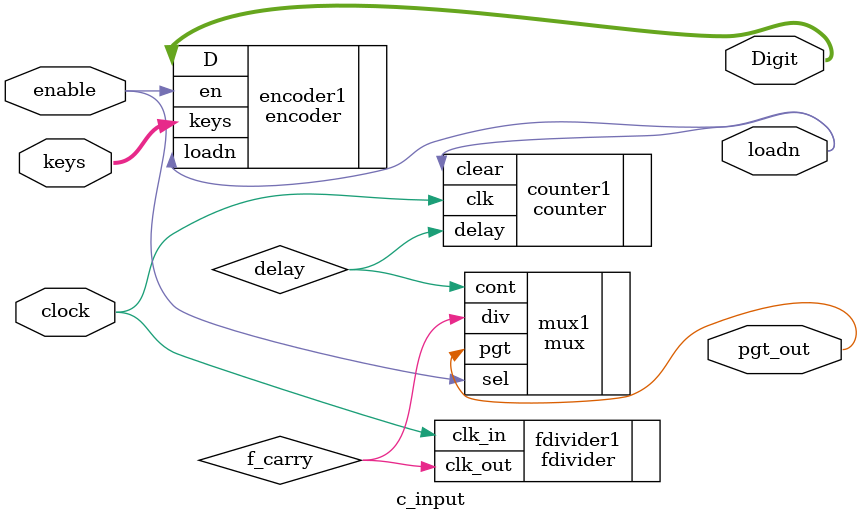
<source format=v>

`include "contador/counter.v"
`include "encoder/encoder.v"
`include "frequency divider/fdivider.v"
`include "mux/mux.v"

module c_input(
    input wire [9:0] keys,
    input wire enable, clock,
    output wire [3:0] Digit,
    output wire loadn, pgt_out
 );

    // fios auxiliares
    wire f_carry, delay;

    // conexões

    fdivider fdivider1(
        //inputs
        .clk_in(clock),
        //outputs
        .clk_out(f_carry)
    );

    encoder encoder1(
        //inputs
        .keys(keys),
        .en(enable),
        //outputs
        .loadn(loadn),
        .D(Digit)
    );

    counter counter1(
        //inputs
        .clk(clock),
        .clear(loadn),
        //outputs
        .delay(delay)
    );

    mux mux1(
        //inputs
        .cont(delay),
        .div(f_carry),
        .sel(enable),
        //outputs
        .pgt(pgt_out)
    );

endmodule

</source>
